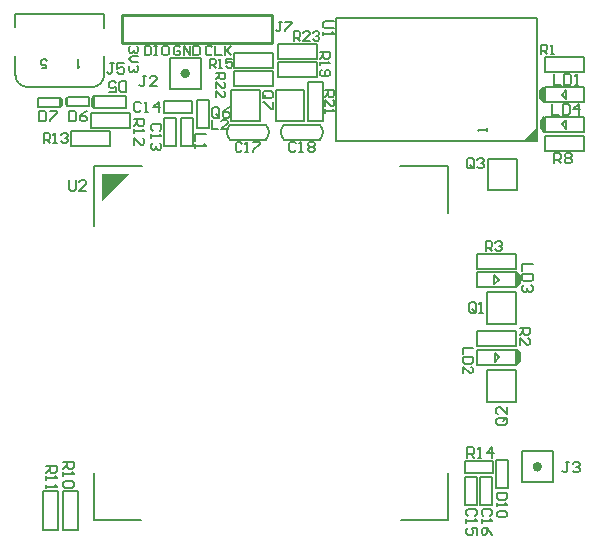
<source format=gto>
%FSLAX25Y25*%
%MOIN*%
G70*
G01*
G75*
G04 Layer_Color=65535*
%ADD10R,0.02000X0.02500*%
%ADD11R,0.02500X0.02000*%
%ADD12R,0.02200X0.03300*%
%ADD13R,0.03500X0.03000*%
%ADD14R,0.03000X0.03500*%
%ADD15R,0.02362X0.02756*%
%ADD16R,0.01575X0.03937*%
%ADD17R,0.07874X0.03937*%
%ADD18R,0.11811X0.04213*%
%ADD19R,0.08661X0.04134*%
%ADD20R,0.04331X0.03937*%
%ADD21R,0.03937X0.04331*%
%ADD22R,0.04134X0.08661*%
%ADD23R,0.37008X0.27559*%
%ADD24O,0.02362X0.07087*%
%ADD25O,0.07087X0.02362*%
%ADD26R,0.01969X0.02362*%
%ADD27C,0.01200*%
%ADD28C,0.01000*%
%ADD29C,0.02000*%
%ADD30C,0.00600*%
%ADD31C,0.01500*%
%ADD32C,0.01300*%
%ADD33C,0.04000*%
%ADD34C,0.06000*%
%ADD35R,0.06000X0.06000*%
%ADD36R,0.06000X0.06000*%
%ADD37C,0.02500*%
%ADD38C,0.03000*%
%ADD39O,0.07600X0.02400*%
%ADD40R,0.07600X0.02400*%
%ADD41R,0.04724X0.01181*%
%ADD42R,0.01181X0.04724*%
%ADD43R,0.03937X0.02362*%
%ADD44R,0.03937X0.03937*%
%ADD45R,0.09449X0.10236*%
%ADD46R,0.07087X0.12992*%
%ADD47R,0.03937X0.03937*%
%ADD48R,0.03937X0.03937*%
%ADD49R,0.04921X0.07874*%
%ADD50R,0.09449X0.07087*%
%ADD51R,0.09843X0.04724*%
%ADD52R,0.04724X0.09843*%
%ADD53R,0.07087X0.05512*%
%ADD54R,0.02362X0.01969*%
%ADD55R,0.03300X0.02200*%
%ADD56R,0.05118X0.03150*%
%ADD57R,0.06693X0.05906*%
%ADD58C,0.01100*%
%ADD59C,0.07000*%
%ADD60C,0.00787*%
%ADD61C,0.01600*%
%ADD62C,0.00500*%
%ADD63C,0.00800*%
%ADD64R,0.00700X0.02537*%
G36*
X34326Y114090D02*
Y123190D01*
X43426D01*
X34326Y114090D01*
D02*
G37*
D28*
X41000Y166776D02*
X91000D01*
Y176224D01*
X41000D02*
X91000D01*
X41000Y166776D02*
Y176224D01*
D30*
X165830Y18300D02*
X169830D01*
X165830D02*
Y27700D01*
X169830D01*
Y18300D02*
Y27700D01*
X155230Y23500D02*
X164630D01*
Y27500D01*
X155230D02*
X164630D01*
X155230Y23500D02*
Y27500D01*
X160530Y12800D02*
Y22200D01*
Y12800D02*
X164530D01*
Y22200D01*
X160530D02*
X164530D01*
X66142Y147700D02*
X70143D01*
Y138300D02*
Y147700D01*
X66142Y138300D02*
X70143D01*
X66142D02*
Y147700D01*
X92232Y140674D02*
X101832D01*
X92332Y151174D02*
X101732D01*
X92232Y140674D02*
Y151174D01*
X101832Y140674D02*
Y151174D01*
X54943Y147500D02*
X64342D01*
X54943Y143500D02*
Y147500D01*
Y143500D02*
X64342D01*
Y147500D01*
X60642Y132300D02*
Y141700D01*
Y132300D02*
X64643D01*
Y141700D01*
X60642D02*
X64643D01*
X55142Y132300D02*
Y141700D01*
Y132300D02*
X59143D01*
Y141700D01*
X55142D02*
X59143D01*
X31170Y145717D02*
X31870Y145017D01*
X31170Y145717D02*
Y148254D01*
X31870Y148953D01*
Y145017D02*
X42370D01*
X31870Y148953D02*
X42370D01*
X31870Y145017D02*
Y148953D01*
X42370Y145017D02*
Y148953D01*
X178629Y134189D02*
X179259Y134820D01*
Y135056D01*
X177959Y134268D02*
X179220Y135529D01*
Y135647D01*
X177368Y134308D02*
X179102Y136041D01*
Y136632D01*
X176738Y134268D02*
X179102Y136632D01*
X176304Y134268D02*
X176738D01*
X176304D02*
X179259Y137223D01*
X175477Y134008D02*
X179417Y137948D01*
X112482Y134008D02*
X179411D01*
X112482Y174953D02*
X179411D01*
X112482Y134008D02*
Y174953D01*
X179417Y134008D02*
Y174953D01*
X155430Y22200D02*
X159430D01*
Y12800D02*
Y22200D01*
X155430Y12800D02*
X159430D01*
X155430D02*
Y22200D01*
X22254Y148057D02*
X22854Y148658D01*
X22254Y146257D02*
Y148057D01*
Y146257D02*
X22854Y145658D01*
X29954D02*
Y148658D01*
X22897Y145658D02*
X29954D01*
X22897Y148658D02*
X29954D01*
X22754Y145757D02*
Y148557D01*
X20400Y145600D02*
Y148400D01*
X13200Y145500D02*
X20257D01*
X13200Y148500D02*
X20257D01*
X13200Y145500D02*
Y148500D01*
X20300D02*
X20900Y147900D01*
Y146100D02*
Y147900D01*
X20300Y145500D02*
X20900Y146100D01*
X162700Y73200D02*
Y83700D01*
X172300Y73200D02*
Y83700D01*
X162800Y73200D02*
X172200D01*
X162700Y83700D02*
X172300D01*
X162700Y57700D02*
X172300D01*
X162800Y47200D02*
X172200D01*
X172300D02*
Y57700D01*
X162700Y47200D02*
Y57700D01*
X163200Y117700D02*
Y128200D01*
X172800Y117700D02*
Y128200D01*
X163300Y117700D02*
X172700D01*
X163200Y128200D02*
X172800D01*
X77342Y140700D02*
Y151200D01*
X86942Y140700D02*
Y151200D01*
X77443Y140700D02*
X86843D01*
X77342Y151200D02*
X86942D01*
X88483Y148267D02*
X90816D01*
X91399Y148851D01*
Y150017D01*
X90816Y150600D01*
X88483D01*
X87900Y150017D01*
Y148851D01*
X89066Y149434D02*
X87900Y148267D01*
Y148851D02*
X88483Y148267D01*
X91399Y147101D02*
Y144769D01*
X90816D01*
X88483Y147101D01*
X87900D01*
X108600Y151000D02*
X111799D01*
Y149400D01*
X111266Y148867D01*
X110199D01*
X109666Y149400D01*
Y151000D01*
Y149934D02*
X108600Y148867D01*
Y145668D02*
Y147801D01*
X110733Y145668D01*
X111266D01*
X111799Y146202D01*
Y147268D01*
X111266Y147801D01*
X108600Y144602D02*
Y143536D01*
Y144069D01*
X111799D01*
X111266Y144602D01*
X185100Y126594D02*
Y130093D01*
X186849D01*
X187433Y129510D01*
Y128344D01*
X186849Y127761D01*
X185100D01*
X186266D02*
X187433Y126594D01*
X188599Y129510D02*
X189182Y130093D01*
X190348D01*
X190931Y129510D01*
Y128927D01*
X190348Y128344D01*
X190931Y127761D01*
Y127178D01*
X190348Y126594D01*
X189182D01*
X188599Y127178D01*
Y127761D01*
X189182Y128344D01*
X188599Y128927D01*
Y129510D01*
X189182Y128344D02*
X190348D01*
X184500Y146399D02*
Y142900D01*
X186833D01*
X187999Y146399D02*
Y142900D01*
X189748D01*
X190331Y143483D01*
Y145816D01*
X189748Y146399D01*
X187999D01*
X193247Y142900D02*
Y146399D01*
X191498Y144649D01*
X193830D01*
X94415Y173878D02*
X93348D01*
X93882D01*
Y171212D01*
X93348Y170679D01*
X92815D01*
X92282Y171212D01*
X95481Y173878D02*
X97614D01*
Y173345D01*
X95481Y171212D01*
Y170679D01*
X45000Y141500D02*
X48499D01*
Y139751D01*
X47916Y139167D01*
X46749D01*
X46166Y139751D01*
Y141500D01*
Y140334D02*
X45000Y139167D01*
Y138001D02*
Y136835D01*
Y137418D01*
X48499D01*
X47916Y138001D01*
X45000Y132753D02*
Y135085D01*
X47333Y132753D01*
X47916D01*
X48499Y133336D01*
Y134502D01*
X47916Y135085D01*
X107100Y163700D02*
X110299D01*
Y162101D01*
X109766Y161567D01*
X108700D01*
X108166Y162101D01*
Y163700D01*
Y162634D02*
X107100Y161567D01*
Y160501D02*
Y159435D01*
Y159968D01*
X110299D01*
X109766Y160501D01*
X107633Y157835D02*
X107100Y157302D01*
Y156236D01*
X107633Y155703D01*
X109766D01*
X110299Y156236D01*
Y157302D01*
X109766Y157835D01*
X109233D01*
X108700Y157302D01*
Y155703D01*
X72500Y156700D02*
X75499D01*
Y155201D01*
X74999Y154701D01*
X74000D01*
X73500Y155201D01*
Y156700D01*
Y155700D02*
X72500Y154701D01*
Y151702D02*
Y153701D01*
X74499Y151702D01*
X74999D01*
X75499Y152201D01*
Y153201D01*
X74999Y153701D01*
X72500Y148703D02*
Y150702D01*
X74499Y148703D01*
X74999D01*
X75499Y149202D01*
Y150202D01*
X74999Y150702D01*
X159033Y77383D02*
Y79716D01*
X158449Y80299D01*
X157283D01*
X156700Y79716D01*
Y77383D01*
X157283Y76800D01*
X158449D01*
X157866Y77966D02*
X159033Y76800D01*
X158449D02*
X159033Y77383D01*
X160199Y76800D02*
X161365D01*
X160782D01*
Y80299D01*
X160199Y79716D01*
X168717Y41833D02*
X166384D01*
X165801Y41249D01*
Y40083D01*
X166384Y39500D01*
X168717D01*
X169300Y40083D01*
Y41249D01*
X168134Y40666D02*
X169300Y41833D01*
Y41249D02*
X168717Y41833D01*
X169300Y45331D02*
Y42999D01*
X166967Y45331D01*
X166384D01*
X165801Y44748D01*
Y43582D01*
X166384Y42999D01*
X158233Y125583D02*
Y127916D01*
X157649Y128499D01*
X156483D01*
X155900Y127916D01*
Y125583D01*
X156483Y125000D01*
X157649D01*
X157066Y126166D02*
X158233Y125000D01*
X157649D02*
X158233Y125583D01*
X159399Y127916D02*
X159982Y128499D01*
X161148D01*
X161731Y127916D01*
Y127333D01*
X161148Y126749D01*
X160565D01*
X161148D01*
X161731Y126166D01*
Y125583D01*
X161148Y125000D01*
X159982D01*
X159399Y125583D01*
X38333Y159999D02*
X37166D01*
X37749D01*
Y157083D01*
X37166Y156500D01*
X36583D01*
X36000Y157083D01*
X41831Y159999D02*
X39499D01*
Y158249D01*
X40665Y158833D01*
X41248D01*
X41831Y158249D01*
Y157083D01*
X41248Y156500D01*
X40082D01*
X39499Y157083D01*
X70935Y141134D02*
Y137935D01*
X73067D01*
X76266D02*
X74134D01*
X76266Y140067D01*
Y140600D01*
X75733Y141134D01*
X74667D01*
X74134Y140600D01*
X68999Y136500D02*
X65500D01*
Y134167D01*
Y133001D02*
Y131835D01*
Y132418D01*
X68999D01*
X68416Y133001D01*
X111599Y174000D02*
X108683D01*
X108100Y173417D01*
Y172251D01*
X108683Y171667D01*
X111599D01*
X108100Y170501D02*
Y169335D01*
Y169918D01*
X111599D01*
X111016Y170501D01*
X15743Y25900D02*
X19241D01*
Y24151D01*
X18658Y23568D01*
X17492D01*
X16909Y24151D01*
Y25900D01*
Y24734D02*
X15743Y23568D01*
Y22401D02*
Y21235D01*
Y21818D01*
X19241D01*
X18658Y22401D01*
X15743Y19486D02*
Y18319D01*
Y18902D01*
X19241D01*
X18658Y19486D01*
X21500Y27100D02*
X24999D01*
Y25351D01*
X24416Y24767D01*
X23249D01*
X22666Y25351D01*
Y27100D01*
Y25934D02*
X21500Y24767D01*
Y23601D02*
Y22435D01*
Y23018D01*
X24999D01*
X24416Y23601D01*
Y20685D02*
X24999Y20102D01*
Y18936D01*
X24416Y18353D01*
X22083D01*
X21500Y18936D01*
Y20102D01*
X22083Y20685D01*
X24416D01*
X15000Y133500D02*
Y136699D01*
X16600D01*
X17133Y136166D01*
Y135099D01*
X16600Y134566D01*
X15000D01*
X16066D02*
X17133Y133500D01*
X18199D02*
X19265D01*
X18732D01*
Y136699D01*
X18199Y136166D01*
X20865D02*
X21398Y136699D01*
X22464D01*
X22997Y136166D01*
Y135633D01*
X22464Y135099D01*
X21931D01*
X22464D01*
X22997Y134566D01*
Y134033D01*
X22464Y133500D01*
X21398D01*
X20865Y134033D01*
X162300Y97400D02*
Y100599D01*
X163900D01*
X164433Y100066D01*
Y99000D01*
X163900Y98466D01*
X162300D01*
X163366D02*
X164433Y97400D01*
X165499Y100066D02*
X166032Y100599D01*
X167098D01*
X167632Y100066D01*
Y99533D01*
X167098Y99000D01*
X166565D01*
X167098D01*
X167632Y98466D01*
Y97933D01*
X167098Y97400D01*
X166032D01*
X165499Y97933D01*
X173600Y71800D02*
X177099D01*
Y70051D01*
X176516Y69467D01*
X175349D01*
X174766Y70051D01*
Y71800D01*
Y70634D02*
X173600Y69467D01*
Y65969D02*
Y68301D01*
X175933Y65969D01*
X176516D01*
X177099Y66552D01*
Y67718D01*
X176516Y68301D01*
X180700Y163000D02*
Y166199D01*
X182299D01*
X182833Y165666D01*
Y164600D01*
X182299Y164066D01*
X180700D01*
X181766D02*
X182833Y163000D01*
X183899D02*
X184965D01*
X184432D01*
Y166199D01*
X183899Y165666D01*
X177899Y93100D02*
X174400D01*
Y90767D01*
X177899Y89601D02*
X174400D01*
Y87852D01*
X174983Y87269D01*
X177316D01*
X177899Y87852D01*
Y89601D01*
X177316Y86102D02*
X177899Y85519D01*
Y84353D01*
X177316Y83770D01*
X176733D01*
X176149Y84353D01*
Y84936D01*
Y84353D01*
X175566Y83770D01*
X174983D01*
X174400Y84353D01*
Y85519D01*
X174983Y86102D01*
X157999Y65200D02*
X154800D01*
Y63067D01*
X157999Y62001D02*
X154800D01*
Y60401D01*
X155333Y59868D01*
X157466D01*
X157999Y60401D01*
Y62001D01*
X154800Y56669D02*
Y58802D01*
X156933Y56669D01*
X157466D01*
X157999Y57203D01*
Y58269D01*
X157466Y58802D01*
X185037Y156393D02*
Y152894D01*
X187370D01*
X188536Y156393D02*
Y152894D01*
X190285D01*
X190868Y153478D01*
Y155810D01*
X190285Y156393D01*
X188536D01*
X192035Y152894D02*
X193201D01*
X192618D01*
Y156393D01*
X192035Y155810D01*
X190133Y27099D02*
X188966D01*
X189549D01*
Y24183D01*
X188966Y23600D01*
X188383D01*
X187800Y24183D01*
X191299Y26516D02*
X191882Y27099D01*
X193048D01*
X193631Y26516D01*
Y25933D01*
X193048Y25349D01*
X192465D01*
X193048D01*
X193631Y24766D01*
Y24183D01*
X193048Y23600D01*
X191882D01*
X191299Y24183D01*
X49133Y155799D02*
X47966D01*
X48549D01*
Y152883D01*
X47966Y152300D01*
X47383D01*
X46800Y152883D01*
X52631Y152300D02*
X50299D01*
X52631Y154633D01*
Y155216D01*
X52048Y155799D01*
X50882D01*
X50299Y155216D01*
X13500Y144099D02*
Y140600D01*
X15249D01*
X15833Y141183D01*
Y143516D01*
X15249Y144099D01*
X13500D01*
X16999D02*
X19331D01*
Y143516D01*
X16999Y141183D01*
Y140600D01*
X23500Y144099D02*
Y140600D01*
X25249D01*
X25833Y141183D01*
Y143516D01*
X25249Y144099D01*
X23500D01*
X29331D02*
X28165Y143516D01*
X26999Y142349D01*
Y141183D01*
X27582Y140600D01*
X28748D01*
X29331Y141183D01*
Y141766D01*
X28748Y142349D01*
X26999D01*
X42500Y150501D02*
Y154000D01*
X40751D01*
X40167Y153417D01*
Y151084D01*
X40751Y150501D01*
X42500D01*
X36669D02*
X39001D01*
Y152251D01*
X37835Y151667D01*
X37252D01*
X36669Y152251D01*
Y153417D01*
X37252Y154000D01*
X38418D01*
X39001Y153417D01*
X163858Y9167D02*
X164441Y9751D01*
Y10917D01*
X163858Y11500D01*
X161526D01*
X160942Y10917D01*
Y9751D01*
X161526Y9167D01*
X160942Y8001D02*
Y6835D01*
Y7418D01*
X164441D01*
X163858Y8001D01*
X164441Y2753D02*
X163858Y3919D01*
X162692Y5085D01*
X161526D01*
X160942Y4502D01*
Y3336D01*
X161526Y2753D01*
X162109D01*
X162692Y3336D01*
Y5085D01*
X158758Y9167D02*
X159341Y9751D01*
Y10917D01*
X158758Y11500D01*
X156426D01*
X155842Y10917D01*
Y9751D01*
X156426Y9167D01*
X155842Y8001D02*
Y6835D01*
Y7418D01*
X159341D01*
X158758Y8001D01*
X159341Y2753D02*
Y5085D01*
X157592D01*
X158175Y3919D01*
Y3336D01*
X157592Y2753D01*
X156426D01*
X155842Y3336D01*
Y4502D01*
X156426Y5085D01*
X47433Y146616D02*
X46849Y147199D01*
X45683D01*
X45100Y146616D01*
Y144283D01*
X45683Y143700D01*
X46849D01*
X47433Y144283D01*
X48599Y143700D02*
X49765D01*
X49182D01*
Y147199D01*
X48599Y146616D01*
X53264Y143700D02*
Y147199D01*
X51515Y145449D01*
X53847D01*
X53616Y137567D02*
X54199Y138151D01*
Y139317D01*
X53616Y139900D01*
X51283D01*
X50700Y139317D01*
Y138151D01*
X51283Y137567D01*
X50700Y136401D02*
Y135235D01*
Y135818D01*
X54199D01*
X53616Y136401D01*
Y133485D02*
X54199Y132902D01*
Y131736D01*
X53616Y131153D01*
X53033D01*
X52449Y131736D01*
Y132319D01*
Y131736D01*
X51866Y131153D01*
X51283D01*
X50700Y131736D01*
Y132902D01*
X51283Y133485D01*
X156200Y28500D02*
Y31999D01*
X157949D01*
X158533Y31416D01*
Y30249D01*
X157949Y29666D01*
X156200D01*
X157366D02*
X158533Y28500D01*
X159699D02*
X160865D01*
X160282D01*
Y31999D01*
X159699Y31416D01*
X164364Y28500D02*
Y31999D01*
X162615Y30249D01*
X164947D01*
X70300Y158500D02*
Y161499D01*
X71799D01*
X72299Y160999D01*
Y160000D01*
X71799Y159500D01*
X70300D01*
X71300D02*
X72299Y158500D01*
X73299D02*
X74299D01*
X73799D01*
Y161499D01*
X73299Y160999D01*
X77798Y161499D02*
X75798D01*
Y160000D01*
X76798Y160499D01*
X77298D01*
X77798Y160000D01*
Y159000D01*
X77298Y158500D01*
X76298D01*
X75798Y159000D01*
X98300Y167500D02*
Y170699D01*
X99900D01*
X100433Y170166D01*
Y169099D01*
X99900Y168566D01*
X98300D01*
X99366D02*
X100433Y167500D01*
X103632D02*
X101499D01*
X103632Y169633D01*
Y170166D01*
X103098Y170699D01*
X102032D01*
X101499Y170166D01*
X104698D02*
X105231Y170699D01*
X106297D01*
X106831Y170166D01*
Y169633D01*
X106297Y169099D01*
X105764D01*
X106297D01*
X106831Y168566D01*
Y168033D01*
X106297Y167500D01*
X105231D01*
X104698Y168033D01*
X73433Y142483D02*
Y144816D01*
X72849Y145399D01*
X71683D01*
X71100Y144816D01*
Y142483D01*
X71683Y141900D01*
X72849D01*
X72266Y143066D02*
X73433Y141900D01*
X72849D02*
X73433Y142483D01*
X76931Y145399D02*
X75765Y144816D01*
X74599Y143649D01*
Y142483D01*
X75182Y141900D01*
X76348D01*
X76931Y142483D01*
Y143066D01*
X76348Y143649D01*
X74599D01*
X81059Y133228D02*
X80526Y133761D01*
X79460D01*
X78926Y133228D01*
Y131095D01*
X79460Y130562D01*
X80526D01*
X81059Y131095D01*
X82125Y130562D02*
X83192D01*
X82658D01*
Y133761D01*
X82125Y133228D01*
X84791Y133761D02*
X86924D01*
Y133228D01*
X84791Y131095D01*
Y130562D01*
X99033Y133316D02*
X98449Y133899D01*
X97283D01*
X96700Y133316D01*
Y130983D01*
X97283Y130400D01*
X98449D01*
X99033Y130983D01*
X100199Y130400D02*
X101365D01*
X100782D01*
Y133899D01*
X100199Y133316D01*
X103115D02*
X103698Y133899D01*
X104864D01*
X105447Y133316D01*
Y132733D01*
X104864Y132149D01*
X105447Y131566D01*
Y130983D01*
X104864Y130400D01*
X103698D01*
X103115Y130983D01*
Y131566D01*
X103698Y132149D01*
X103115Y132733D01*
Y133316D01*
X103698Y132149D02*
X104864D01*
X169329Y16600D02*
X166130D01*
Y15001D01*
X166663Y14467D01*
X168796D01*
X169329Y15001D01*
Y16600D01*
X166130Y13401D02*
Y12335D01*
Y12868D01*
X169329D01*
X168796Y13401D01*
Y10735D02*
X169329Y10202D01*
Y9136D01*
X168796Y8603D01*
X166663D01*
X166130Y9136D01*
Y10202D01*
X166663Y10735D01*
X168796D01*
X23343Y120999D02*
Y118083D01*
X23926Y117500D01*
X25092D01*
X25675Y118083D01*
Y120999D01*
X29174Y117500D02*
X26841D01*
X29174Y119833D01*
Y120416D01*
X28591Y120999D01*
X27424D01*
X26841Y120416D01*
X45966Y165600D02*
X46499Y165067D01*
Y164000D01*
X45966Y163467D01*
X45433D01*
X44899Y164000D01*
Y164534D01*
Y164000D01*
X44366Y163467D01*
X43833D01*
X43300Y164000D01*
Y165067D01*
X43833Y165600D01*
X46499Y162401D02*
X44366D01*
X43300Y161335D01*
X44366Y160268D01*
X46499D01*
X45966Y159202D02*
X46499Y158669D01*
Y157603D01*
X45966Y157069D01*
X45433D01*
X44899Y157603D01*
Y158136D01*
Y157603D01*
X44366Y157069D01*
X43833D01*
X43300Y157603D01*
Y158669D01*
X43833Y159202D01*
X71133Y165266D02*
X70600Y165799D01*
X69533D01*
X69000Y165266D01*
Y163133D01*
X69533Y162600D01*
X70600D01*
X71133Y163133D01*
X72199Y165799D02*
Y162600D01*
X74332D01*
X75398Y165799D02*
Y162600D01*
Y163666D01*
X77531Y165799D01*
X75931Y164199D01*
X77531Y162600D01*
X48600Y165799D02*
Y162600D01*
X50200D01*
X50733Y163133D01*
Y165266D01*
X50200Y165799D01*
X48600D01*
X51799D02*
X52865D01*
X52332D01*
Y162600D01*
X51799D01*
X52865D01*
X56064Y165799D02*
X54998D01*
X54465Y165266D01*
Y163133D01*
X54998Y162600D01*
X56064D01*
X56597Y163133D01*
Y165266D01*
X56064Y165799D01*
X60533Y165266D02*
X60000Y165799D01*
X58933D01*
X58400Y165266D01*
Y163133D01*
X58933Y162600D01*
X60000D01*
X60533Y163133D01*
Y164199D01*
X59466D01*
X61599Y162600D02*
Y165799D01*
X63732Y162600D01*
Y165799D01*
X64798D02*
Y162600D01*
X66397D01*
X66931Y163133D01*
Y165266D01*
X66397Y165799D01*
X64798D01*
D60*
X5536Y156032D02*
G03*
X9473Y152095I3937J0D01*
G01*
X31127D02*
G03*
X35064Y156032I0J3937D01*
G01*
X5536Y172174D02*
Y176505D01*
X35064D01*
Y171780D02*
Y176505D01*
X5536Y156032D02*
Y162331D01*
X9473Y152095D02*
X31127D01*
X35064Y156032D02*
Y162331D01*
D61*
X180287Y25500D02*
G03*
X180287Y25500I-787J0D01*
G01*
X62930Y156600D02*
G03*
X62930Y156600I-787J0D01*
G01*
D62*
X88987Y134543D02*
G03*
X88987Y139493I-2475J2475D01*
G01*
X77038D02*
G03*
X77038Y134543I2475J-2475D01*
G01*
X107007D02*
G03*
X107007Y139493I-2475J2475D01*
G01*
X95057D02*
G03*
X95057Y134543I2475J-2475D01*
G01*
X23900Y132500D02*
X36900D01*
X23900Y137500D02*
X36900D01*
X23900Y132500D02*
Y137500D01*
X36900Y132500D02*
Y137500D01*
X102937Y140594D02*
Y153595D01*
X107937Y140594D02*
Y153595D01*
X102937D02*
X107937D01*
X102937Y140594D02*
X107937D01*
X195000Y130795D02*
Y135794D01*
X182000Y130795D02*
Y135794D01*
X195000D01*
X182000Y130795D02*
X195000D01*
X182000Y157095D02*
X195000D01*
X182000Y162094D02*
X195000D01*
X182000Y157095D02*
Y162094D01*
X195000Y157095D02*
Y162094D01*
X180615Y138435D02*
Y140815D01*
Y138435D02*
X181850Y137200D01*
X182000D01*
X187760Y139595D02*
X189173Y138182D01*
X187694Y139662D02*
X189173Y141141D01*
Y138163D02*
Y141163D01*
X182000Y142200D02*
X195000D01*
X182000Y137200D02*
X195000D01*
Y142200D01*
X182000Y137200D02*
Y142200D01*
X180956Y138094D02*
Y140954D01*
X181429Y137621D02*
Y141427D01*
Y137621D02*
X181850Y137200D01*
X180956Y138094D02*
X181429Y137621D01*
X180956Y140954D02*
X181429Y141427D01*
X181858Y137200D02*
Y142058D01*
X180615Y140815D02*
X181858Y142058D01*
X78443Y157500D02*
X91443D01*
X78443Y152500D02*
X91443D01*
Y157500D01*
X78443Y152500D02*
Y157500D01*
X93142Y160500D02*
X106142D01*
X93142Y155500D02*
X106142D01*
Y160500D01*
X93142Y155500D02*
Y160500D01*
X30874Y138500D02*
X43874D01*
X30874Y143500D02*
X43874D01*
X30874Y138500D02*
Y143500D01*
X43874Y138500D02*
Y143500D01*
X159343Y91300D02*
Y96300D01*
X172343Y91300D02*
Y96300D01*
X159343Y91300D02*
X172343D01*
X159343Y96300D02*
X172343D01*
X172642Y59642D02*
X173885Y60885D01*
X172642Y59642D02*
Y64500D01*
X173071Y60273D02*
X173544Y60746D01*
X173071Y64079D02*
X173544Y63606D01*
X172650Y64500D02*
X173071Y64079D01*
Y60273D02*
Y64079D01*
X173544Y60746D02*
Y63606D01*
X172500Y59500D02*
Y64500D01*
X159500Y59500D02*
Y64500D01*
X172500D01*
X159500Y59500D02*
X172500D01*
X165327Y60537D02*
Y63537D01*
Y60559D02*
X166806Y62038D01*
X165327Y63518D02*
X166740Y62105D01*
X172500Y64500D02*
X172650D01*
X173885Y63265D01*
Y60885D02*
Y63265D01*
X172485Y85442D02*
X173728Y86685D01*
X172485Y85442D02*
Y90300D01*
X172914Y86073D02*
X173387Y86546D01*
X172914Y89879D02*
X173387Y89406D01*
X172493Y90300D02*
X172914Y89879D01*
Y86073D02*
Y89879D01*
X173387Y86546D02*
Y89406D01*
X172343Y85300D02*
Y90300D01*
X159343Y85300D02*
Y90300D01*
X172343D01*
X159343Y85300D02*
X172343D01*
X165170Y86337D02*
Y89337D01*
Y86359D02*
X166649Y87839D01*
X165170Y89318D02*
X166583Y87905D01*
X172343Y90300D02*
X172493D01*
X173728Y89065D01*
Y86685D02*
Y89065D01*
X14850Y4366D02*
X19850D01*
X14850Y17366D02*
X19850D01*
Y4366D02*
Y17366D01*
X14850Y4366D02*
Y17366D01*
X21350Y4366D02*
X26350D01*
X21350Y17366D02*
X26350D01*
Y4366D02*
Y17366D01*
X21350Y4366D02*
Y17366D01*
X180552Y148329D02*
Y150709D01*
Y148329D02*
X181787Y147095D01*
X181937D01*
X187697Y149490D02*
X189110Y148076D01*
X187630Y149556D02*
X189110Y151035D01*
Y148057D02*
Y151058D01*
X181937Y152094D02*
X194937D01*
X181937Y147095D02*
X194937D01*
Y152094D01*
X181937Y147095D02*
Y152094D01*
X180893Y147988D02*
Y150848D01*
X181366Y147515D02*
Y151321D01*
Y147515D02*
X181787Y147095D01*
X180893Y147988D02*
X181366Y147515D01*
X180893Y150848D02*
X181366Y151321D01*
X181795Y147095D02*
Y151953D01*
X180552Y150709D02*
X181795Y151953D01*
X159343Y70800D02*
X172343D01*
X159343Y65800D02*
X172343D01*
Y70800D01*
X159343Y65800D02*
Y70800D01*
X106142Y161500D02*
Y166500D01*
X93142Y161500D02*
Y166500D01*
X106142D01*
X93142Y161500D02*
X106142D01*
X78443Y158500D02*
Y163500D01*
X91443Y158500D02*
Y163500D01*
X78443Y158500D02*
X91443D01*
X78443Y163500D02*
X91443D01*
X77113Y139518D02*
X88913D01*
X77113Y134518D02*
X88913D01*
X95132Y139518D02*
X106932D01*
X95132Y134518D02*
X106932D01*
X14285Y158272D02*
X15713D01*
X15856Y159557D01*
X15713Y159414D01*
X15284Y159271D01*
X14856D01*
X14427Y159414D01*
X14142Y159700D01*
X13999Y160128D01*
Y160414D01*
X14142Y160843D01*
X14427Y161128D01*
X14856Y161271D01*
X15284D01*
X15713Y161128D01*
X15856Y160985D01*
X15999Y160700D01*
X27099Y158943D02*
X26813Y158800D01*
X26384Y158372D01*
Y161371D01*
X162565Y137346D02*
Y138346D01*
Y137846D01*
X159566D01*
X160065Y137346D01*
D63*
X174382Y30618D02*
X184618D01*
X174382Y20382D02*
Y30618D01*
Y20382D02*
X184618D01*
Y30618D01*
X57024Y161718D02*
X67261D01*
Y151482D02*
Y161718D01*
X57024Y151482D02*
X67261D01*
X57024D02*
Y161718D01*
X133988Y7784D02*
X149736D01*
Y23531D01*
X31626Y7784D02*
X47374D01*
X31626D02*
Y23531D01*
X149736Y110146D02*
Y125894D01*
X31626Y105815D02*
Y125894D01*
X133595D02*
X149736D01*
X31626D02*
X47768D01*
D64*
X31617Y146978D02*
D03*
M02*

</source>
